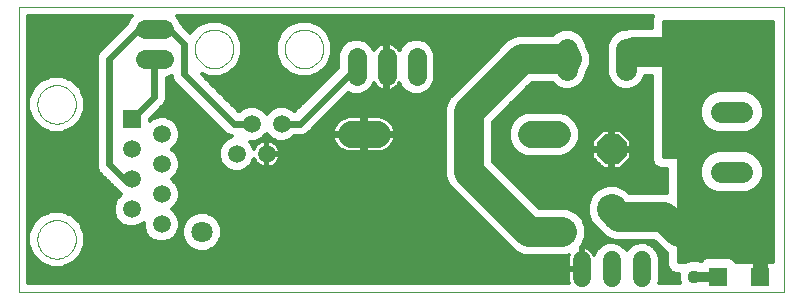
<source format=gtl>
G75*
%MOIN*%
%OFA0B0*%
%FSLAX24Y24*%
%IPPOS*%
%LPD*%
%AMOC8*
5,1,8,0,0,1.08239X$1,22.5*
%
%ADD10C,0.0000*%
%ADD11C,0.1000*%
%ADD12OC8,0.1000*%
%ADD13C,0.0590*%
%ADD14C,0.0594*%
%ADD15R,0.0594X0.0594*%
%ADD16C,0.0710*%
%ADD17C,0.0712*%
%ADD18C,0.0640*%
%ADD19C,0.0885*%
%ADD20R,0.0591X0.0591*%
%ADD21C,0.0600*%
%ADD22C,0.0120*%
%ADD23C,0.1000*%
%ADD24C,0.0500*%
%ADD25C,0.0240*%
%ADD26C,0.0436*%
%ADD27C,0.0320*%
D10*
X001954Y000600D02*
X001954Y010096D01*
X001954Y010100D02*
X027454Y010100D01*
X027454Y000600D01*
X001954Y000600D01*
X002564Y002350D02*
X002566Y002400D01*
X002572Y002450D01*
X002582Y002499D01*
X002595Y002548D01*
X002613Y002595D01*
X002634Y002641D01*
X002658Y002684D01*
X002686Y002726D01*
X002717Y002766D01*
X002751Y002803D01*
X002788Y002837D01*
X002828Y002868D01*
X002870Y002896D01*
X002913Y002920D01*
X002959Y002941D01*
X003006Y002959D01*
X003055Y002972D01*
X003104Y002982D01*
X003154Y002988D01*
X003204Y002990D01*
X003254Y002988D01*
X003304Y002982D01*
X003353Y002972D01*
X003402Y002959D01*
X003449Y002941D01*
X003495Y002920D01*
X003538Y002896D01*
X003580Y002868D01*
X003620Y002837D01*
X003657Y002803D01*
X003691Y002766D01*
X003722Y002726D01*
X003750Y002684D01*
X003774Y002641D01*
X003795Y002595D01*
X003813Y002548D01*
X003826Y002499D01*
X003836Y002450D01*
X003842Y002400D01*
X003844Y002350D01*
X003842Y002300D01*
X003836Y002250D01*
X003826Y002201D01*
X003813Y002152D01*
X003795Y002105D01*
X003774Y002059D01*
X003750Y002016D01*
X003722Y001974D01*
X003691Y001934D01*
X003657Y001897D01*
X003620Y001863D01*
X003580Y001832D01*
X003538Y001804D01*
X003495Y001780D01*
X003449Y001759D01*
X003402Y001741D01*
X003353Y001728D01*
X003304Y001718D01*
X003254Y001712D01*
X003204Y001710D01*
X003154Y001712D01*
X003104Y001718D01*
X003055Y001728D01*
X003006Y001741D01*
X002959Y001759D01*
X002913Y001780D01*
X002870Y001804D01*
X002828Y001832D01*
X002788Y001863D01*
X002751Y001897D01*
X002717Y001934D01*
X002686Y001974D01*
X002658Y002016D01*
X002634Y002059D01*
X002613Y002105D01*
X002595Y002152D01*
X002582Y002201D01*
X002572Y002250D01*
X002566Y002300D01*
X002564Y002350D01*
X002564Y006850D02*
X002566Y006900D01*
X002572Y006950D01*
X002582Y006999D01*
X002595Y007048D01*
X002613Y007095D01*
X002634Y007141D01*
X002658Y007184D01*
X002686Y007226D01*
X002717Y007266D01*
X002751Y007303D01*
X002788Y007337D01*
X002828Y007368D01*
X002870Y007396D01*
X002913Y007420D01*
X002959Y007441D01*
X003006Y007459D01*
X003055Y007472D01*
X003104Y007482D01*
X003154Y007488D01*
X003204Y007490D01*
X003254Y007488D01*
X003304Y007482D01*
X003353Y007472D01*
X003402Y007459D01*
X003449Y007441D01*
X003495Y007420D01*
X003538Y007396D01*
X003580Y007368D01*
X003620Y007337D01*
X003657Y007303D01*
X003691Y007266D01*
X003722Y007226D01*
X003750Y007184D01*
X003774Y007141D01*
X003795Y007095D01*
X003813Y007048D01*
X003826Y006999D01*
X003836Y006950D01*
X003842Y006900D01*
X003844Y006850D01*
X003842Y006800D01*
X003836Y006750D01*
X003826Y006701D01*
X003813Y006652D01*
X003795Y006605D01*
X003774Y006559D01*
X003750Y006516D01*
X003722Y006474D01*
X003691Y006434D01*
X003657Y006397D01*
X003620Y006363D01*
X003580Y006332D01*
X003538Y006304D01*
X003495Y006280D01*
X003449Y006259D01*
X003402Y006241D01*
X003353Y006228D01*
X003304Y006218D01*
X003254Y006212D01*
X003204Y006210D01*
X003154Y006212D01*
X003104Y006218D01*
X003055Y006228D01*
X003006Y006241D01*
X002959Y006259D01*
X002913Y006280D01*
X002870Y006304D01*
X002828Y006332D01*
X002788Y006363D01*
X002751Y006397D01*
X002717Y006434D01*
X002686Y006474D01*
X002658Y006516D01*
X002634Y006559D01*
X002613Y006605D01*
X002595Y006652D01*
X002582Y006701D01*
X002572Y006750D01*
X002566Y006800D01*
X002564Y006850D01*
X007814Y008700D02*
X007816Y008750D01*
X007822Y008800D01*
X007832Y008849D01*
X007845Y008898D01*
X007863Y008945D01*
X007884Y008991D01*
X007908Y009034D01*
X007936Y009076D01*
X007967Y009116D01*
X008001Y009153D01*
X008038Y009187D01*
X008078Y009218D01*
X008120Y009246D01*
X008163Y009270D01*
X008209Y009291D01*
X008256Y009309D01*
X008305Y009322D01*
X008354Y009332D01*
X008404Y009338D01*
X008454Y009340D01*
X008504Y009338D01*
X008554Y009332D01*
X008603Y009322D01*
X008652Y009309D01*
X008699Y009291D01*
X008745Y009270D01*
X008788Y009246D01*
X008830Y009218D01*
X008870Y009187D01*
X008907Y009153D01*
X008941Y009116D01*
X008972Y009076D01*
X009000Y009034D01*
X009024Y008991D01*
X009045Y008945D01*
X009063Y008898D01*
X009076Y008849D01*
X009086Y008800D01*
X009092Y008750D01*
X009094Y008700D01*
X009092Y008650D01*
X009086Y008600D01*
X009076Y008551D01*
X009063Y008502D01*
X009045Y008455D01*
X009024Y008409D01*
X009000Y008366D01*
X008972Y008324D01*
X008941Y008284D01*
X008907Y008247D01*
X008870Y008213D01*
X008830Y008182D01*
X008788Y008154D01*
X008745Y008130D01*
X008699Y008109D01*
X008652Y008091D01*
X008603Y008078D01*
X008554Y008068D01*
X008504Y008062D01*
X008454Y008060D01*
X008404Y008062D01*
X008354Y008068D01*
X008305Y008078D01*
X008256Y008091D01*
X008209Y008109D01*
X008163Y008130D01*
X008120Y008154D01*
X008078Y008182D01*
X008038Y008213D01*
X008001Y008247D01*
X007967Y008284D01*
X007936Y008324D01*
X007908Y008366D01*
X007884Y008409D01*
X007863Y008455D01*
X007845Y008502D01*
X007832Y008551D01*
X007822Y008600D01*
X007816Y008650D01*
X007814Y008700D01*
X010814Y008700D02*
X010816Y008750D01*
X010822Y008800D01*
X010832Y008849D01*
X010845Y008898D01*
X010863Y008945D01*
X010884Y008991D01*
X010908Y009034D01*
X010936Y009076D01*
X010967Y009116D01*
X011001Y009153D01*
X011038Y009187D01*
X011078Y009218D01*
X011120Y009246D01*
X011163Y009270D01*
X011209Y009291D01*
X011256Y009309D01*
X011305Y009322D01*
X011354Y009332D01*
X011404Y009338D01*
X011454Y009340D01*
X011504Y009338D01*
X011554Y009332D01*
X011603Y009322D01*
X011652Y009309D01*
X011699Y009291D01*
X011745Y009270D01*
X011788Y009246D01*
X011830Y009218D01*
X011870Y009187D01*
X011907Y009153D01*
X011941Y009116D01*
X011972Y009076D01*
X012000Y009034D01*
X012024Y008991D01*
X012045Y008945D01*
X012063Y008898D01*
X012076Y008849D01*
X012086Y008800D01*
X012092Y008750D01*
X012094Y008700D01*
X012092Y008650D01*
X012086Y008600D01*
X012076Y008551D01*
X012063Y008502D01*
X012045Y008455D01*
X012024Y008409D01*
X012000Y008366D01*
X011972Y008324D01*
X011941Y008284D01*
X011907Y008247D01*
X011870Y008213D01*
X011830Y008182D01*
X011788Y008154D01*
X011745Y008130D01*
X011699Y008109D01*
X011652Y008091D01*
X011603Y008078D01*
X011554Y008068D01*
X011504Y008062D01*
X011454Y008060D01*
X011404Y008062D01*
X011354Y008068D01*
X011305Y008078D01*
X011256Y008091D01*
X011209Y008109D01*
X011163Y008130D01*
X011120Y008154D01*
X011078Y008182D01*
X011038Y008213D01*
X011001Y008247D01*
X010967Y008284D01*
X010936Y008324D01*
X010908Y008366D01*
X010884Y008409D01*
X010863Y008455D01*
X010845Y008502D01*
X010832Y008551D01*
X010822Y008600D01*
X010816Y008650D01*
X010814Y008700D01*
D11*
X021704Y003350D03*
D12*
X021704Y005350D03*
D13*
X010704Y006200D03*
X009704Y006200D03*
X010204Y005200D03*
X009204Y005200D03*
D14*
X006704Y004850D03*
X005704Y004350D03*
X006704Y003850D03*
X005704Y003350D03*
X006704Y002850D03*
X005704Y005350D03*
X006704Y005850D03*
D15*
X005704Y006350D03*
D16*
X020220Y007995D02*
X020220Y008705D01*
X022188Y008705D02*
X022188Y007995D01*
X025349Y008600D02*
X026059Y008600D01*
X026059Y006600D02*
X025349Y006600D01*
X025349Y004600D02*
X026059Y004600D01*
X026059Y002600D02*
X025349Y002600D01*
D17*
X020056Y002600D03*
X008048Y002600D03*
D18*
X013204Y007780D02*
X013204Y008420D01*
X014204Y008420D02*
X014204Y007780D01*
X015204Y007780D02*
X015204Y008420D01*
X006774Y008350D02*
X006134Y008350D01*
X006134Y009350D02*
X006774Y009350D01*
D19*
X013011Y005850D02*
X013896Y005850D01*
X019011Y005850D02*
X019896Y005850D01*
D20*
X025265Y001100D03*
X026643Y001100D03*
D21*
X022704Y001050D02*
X022704Y001650D01*
X021704Y001650D02*
X021704Y001050D01*
X020704Y001050D02*
X020704Y001650D01*
D22*
X020674Y001667D02*
X020734Y001667D01*
X020734Y001785D02*
X020674Y001785D01*
X020674Y001904D02*
X020734Y001904D01*
X020734Y002022D02*
X020674Y002022D01*
X020674Y002086D02*
X020734Y002147D01*
X020856Y002441D01*
X020856Y002759D01*
X020734Y003053D01*
X020509Y003278D01*
X020215Y003400D01*
X019285Y003400D01*
X017754Y004931D01*
X017754Y006269D01*
X019035Y007550D01*
X019738Y007550D01*
X019848Y007440D01*
X020089Y007340D01*
X020350Y007340D01*
X020591Y007440D01*
X020775Y007624D01*
X020875Y007865D01*
X020875Y007874D01*
X020898Y007897D01*
X021020Y008191D01*
X021020Y008509D01*
X020898Y008803D01*
X020875Y008826D01*
X020875Y008835D01*
X020775Y009076D01*
X020591Y009260D01*
X020350Y009360D01*
X020089Y009360D01*
X019848Y009260D01*
X019738Y009150D01*
X018545Y009150D01*
X018251Y009028D01*
X016501Y007278D01*
X016276Y007053D01*
X016154Y006759D01*
X016154Y004441D01*
X016276Y004147D01*
X018276Y002147D01*
X018501Y001922D01*
X018795Y001800D01*
X020215Y001800D01*
X020277Y001826D01*
X020255Y001758D01*
X020244Y001686D01*
X020244Y001380D01*
X020674Y001380D01*
X020674Y002086D01*
X020677Y002089D02*
X020677Y001380D01*
X020674Y001380D02*
X020734Y001380D01*
X020734Y002110D01*
X020740Y002110D01*
X020811Y002099D01*
X020880Y002076D01*
X020945Y002043D01*
X021003Y002001D01*
X021055Y001950D01*
X021097Y001891D01*
X021129Y001829D01*
X021195Y001990D01*
X021364Y002159D01*
X021584Y002250D01*
X021823Y002250D01*
X022044Y002159D01*
X022204Y001999D01*
X022364Y002159D01*
X022584Y002250D01*
X022823Y002250D01*
X023044Y002159D01*
X023212Y001990D01*
X023304Y001769D01*
X023304Y000931D01*
X023291Y000900D01*
X023976Y000900D01*
X023936Y000997D01*
X023936Y001180D01*
X023870Y001180D01*
X023716Y001244D01*
X023598Y001362D01*
X023534Y001516D01*
X023534Y001908D01*
X023501Y001922D01*
X023276Y002147D01*
X023122Y002300D01*
X021795Y002300D01*
X021501Y002422D01*
X021276Y002647D01*
X021026Y002897D01*
X020904Y003191D01*
X020904Y003509D01*
X021026Y003803D01*
X021251Y004028D01*
X021545Y004150D01*
X021863Y004150D01*
X022157Y004028D01*
X022285Y003900D01*
X023534Y003900D01*
X023534Y004680D01*
X023370Y004680D01*
X023216Y004744D01*
X023098Y004862D01*
X023034Y005016D01*
X023034Y007800D01*
X022816Y007800D01*
X022743Y007624D01*
X022559Y007440D01*
X022318Y007340D01*
X022058Y007340D01*
X021817Y007440D01*
X021633Y007624D01*
X021533Y007865D01*
X021533Y008835D01*
X021633Y009076D01*
X021817Y009260D01*
X022058Y009360D01*
X022182Y009360D01*
X022279Y009400D01*
X023034Y009400D01*
X023034Y009684D01*
X023082Y009800D01*
X007201Y009800D01*
X007299Y009701D01*
X007372Y009526D01*
X007661Y009237D01*
X007921Y009497D01*
X008267Y009640D01*
X008641Y009640D01*
X008986Y009497D01*
X009251Y009232D01*
X009394Y008887D01*
X009394Y008513D01*
X009251Y008168D01*
X008986Y007903D01*
X008641Y007760D01*
X008267Y007760D01*
X008046Y007851D01*
X009278Y006620D01*
X009282Y006620D01*
X009367Y006704D01*
X009585Y006795D01*
X009822Y006795D01*
X010041Y006704D01*
X010204Y006541D01*
X010367Y006704D01*
X010585Y006795D01*
X010822Y006795D01*
X011041Y006704D01*
X011125Y006620D01*
X011130Y006620D01*
X012584Y008074D01*
X012584Y008543D01*
X012678Y008771D01*
X012853Y008946D01*
X013080Y009040D01*
X013327Y009040D01*
X013555Y008946D01*
X013729Y008771D01*
X013781Y008647D01*
X013793Y008672D01*
X013838Y008733D01*
X013891Y008786D01*
X013952Y008831D01*
X014020Y008865D01*
X014091Y008888D01*
X014164Y008900D01*
X014164Y008140D01*
X014244Y008140D01*
X014244Y008900D01*
X014316Y008888D01*
X014388Y008865D01*
X014455Y008831D01*
X014516Y008786D01*
X014570Y008733D01*
X014614Y008672D01*
X014627Y008647D01*
X014678Y008771D01*
X014853Y008946D01*
X015080Y009040D01*
X015327Y009040D01*
X015555Y008946D01*
X015729Y008771D01*
X015824Y008543D01*
X015824Y007657D01*
X015729Y007429D01*
X015555Y007254D01*
X015327Y007160D01*
X015080Y007160D01*
X014853Y007254D01*
X014678Y007429D01*
X014627Y007553D01*
X014614Y007528D01*
X014570Y007467D01*
X014516Y007414D01*
X014455Y007369D01*
X014388Y007335D01*
X014316Y007312D01*
X014244Y007300D01*
X014244Y008060D01*
X014164Y008060D01*
X014164Y007300D01*
X014091Y007312D01*
X014020Y007335D01*
X013952Y007369D01*
X013891Y007414D01*
X013838Y007467D01*
X013793Y007528D01*
X013781Y007553D01*
X013729Y007429D01*
X013555Y007254D01*
X013327Y007160D01*
X013080Y007160D01*
X012923Y007225D01*
X011542Y005844D01*
X011387Y005780D01*
X011125Y005780D01*
X011041Y005696D01*
X010822Y005605D01*
X010585Y005605D01*
X010367Y005696D01*
X010204Y005859D01*
X010041Y005696D01*
X009822Y005605D01*
X009640Y005605D01*
X009708Y005537D01*
X009779Y005366D01*
X009782Y005375D01*
X009815Y005438D01*
X009857Y005496D01*
X009907Y005547D01*
X009965Y005589D01*
X010029Y005622D01*
X010097Y005644D01*
X010168Y005655D01*
X010176Y005655D01*
X010176Y005228D01*
X010231Y005228D01*
X010231Y005655D01*
X010240Y005655D01*
X010310Y005644D01*
X010378Y005622D01*
X010442Y005589D01*
X010500Y005547D01*
X010551Y005496D01*
X010593Y005438D01*
X010625Y005375D01*
X010648Y005307D01*
X010659Y005236D01*
X010659Y005228D01*
X010231Y005228D01*
X010231Y005172D01*
X010231Y004745D01*
X010240Y004745D01*
X010310Y004756D01*
X010378Y004778D01*
X010442Y004811D01*
X010500Y004853D01*
X010551Y004904D01*
X010593Y004962D01*
X010625Y005025D01*
X010648Y005093D01*
X010659Y005164D01*
X010659Y005172D01*
X010231Y005172D01*
X010176Y005172D01*
X010176Y004745D01*
X010168Y004745D01*
X010097Y004756D01*
X010029Y004778D01*
X009965Y004811D01*
X009907Y004853D01*
X009857Y004904D01*
X009815Y004962D01*
X009782Y005025D01*
X009779Y005034D01*
X009708Y004863D01*
X009541Y004696D01*
X009322Y004605D01*
X009085Y004605D01*
X008867Y004696D01*
X008699Y004863D01*
X008609Y005082D01*
X008609Y005318D01*
X008699Y005537D01*
X008867Y005704D01*
X009049Y005780D01*
X009020Y005780D01*
X008866Y005844D01*
X007216Y007494D01*
X007098Y007612D01*
X007034Y007766D01*
X007034Y007787D01*
X006897Y007730D01*
X006874Y007730D01*
X006874Y007016D01*
X006810Y006862D01*
X006301Y006353D01*
X006301Y006292D01*
X006366Y006356D01*
X006585Y006447D01*
X006823Y006447D01*
X007042Y006356D01*
X007210Y006188D01*
X007301Y005969D01*
X007301Y005731D01*
X007210Y005512D01*
X007048Y005350D01*
X007210Y005188D01*
X007301Y004969D01*
X007301Y004731D01*
X007210Y004512D01*
X007048Y004350D01*
X007210Y004188D01*
X007301Y003969D01*
X007301Y003731D01*
X007210Y003512D01*
X007048Y003350D01*
X007210Y003188D01*
X007301Y002969D01*
X007301Y002731D01*
X007210Y002512D01*
X007042Y002344D01*
X006823Y002253D01*
X006585Y002253D01*
X006366Y002344D01*
X006198Y002512D01*
X006107Y002731D01*
X006107Y002908D01*
X006042Y002844D01*
X005823Y002753D01*
X005585Y002753D01*
X005366Y002844D01*
X005198Y003012D01*
X005107Y003231D01*
X005107Y003469D01*
X005198Y003688D01*
X005359Y003850D01*
X005198Y004012D01*
X005197Y004013D01*
X005098Y004112D01*
X004598Y004612D01*
X004534Y004766D01*
X004534Y008434D01*
X004598Y008588D01*
X004716Y008706D01*
X005535Y009526D01*
X005608Y009701D01*
X005707Y009800D01*
X002254Y009800D01*
X002254Y000900D01*
X020269Y000900D01*
X020255Y000942D01*
X020244Y001014D01*
X020244Y001320D01*
X020674Y001320D01*
X020674Y001380D01*
X020674Y001430D02*
X020734Y001430D01*
X020734Y001548D02*
X020674Y001548D01*
X020244Y001548D02*
X003724Y001548D01*
X003731Y001551D02*
X003731Y000900D01*
X003613Y000900D02*
X003613Y001502D01*
X003494Y001453D02*
X003494Y000900D01*
X003376Y000900D02*
X003376Y001410D01*
X003391Y001410D02*
X003736Y001553D01*
X004001Y001818D01*
X004144Y002163D01*
X004144Y002537D01*
X004001Y002882D01*
X003736Y003147D01*
X003391Y003290D01*
X003017Y003290D01*
X002671Y003147D01*
X002407Y002882D01*
X002264Y002537D01*
X002264Y002163D01*
X002407Y001818D01*
X002671Y001553D01*
X003017Y001410D01*
X003391Y001410D01*
X003438Y001430D02*
X020244Y001430D01*
X020321Y001380D02*
X020321Y001320D01*
X020244Y001311D02*
X002254Y001311D01*
X002254Y001193D02*
X020244Y001193D01*
X020244Y001074D02*
X002254Y001074D01*
X002254Y000956D02*
X020253Y000956D01*
X020203Y000900D02*
X020203Y001800D01*
X020264Y001785D02*
X003968Y001785D01*
X003968Y000900D01*
X003850Y000900D02*
X003850Y001667D01*
X020244Y001667D01*
X020084Y001800D02*
X020084Y000900D01*
X019966Y000900D02*
X019966Y001800D01*
X019847Y001800D02*
X019847Y000900D01*
X019729Y000900D02*
X019729Y001800D01*
X019610Y001800D02*
X019610Y000900D01*
X019492Y000900D02*
X019492Y001800D01*
X019373Y001800D02*
X019373Y000900D01*
X019255Y000900D02*
X019255Y001800D01*
X019136Y001800D02*
X019136Y000900D01*
X019018Y000900D02*
X019018Y001800D01*
X018899Y001800D02*
X018899Y000900D01*
X018781Y000900D02*
X018781Y001806D01*
X018662Y001855D02*
X018662Y000900D01*
X018544Y000900D02*
X018544Y001904D01*
X018545Y001904D02*
X004036Y001904D01*
X004085Y002022D02*
X007729Y002022D01*
X007760Y002009D02*
X007760Y000900D01*
X007642Y000900D02*
X007642Y002078D01*
X007677Y002044D02*
X007918Y001944D01*
X008179Y001944D01*
X008420Y002044D01*
X008605Y002228D01*
X008704Y002469D01*
X008704Y002731D01*
X008605Y002972D01*
X008420Y003156D01*
X008179Y003256D01*
X007918Y003256D01*
X007677Y003156D01*
X007492Y002972D01*
X007392Y002731D01*
X007392Y002469D01*
X007492Y002228D01*
X007677Y002044D01*
X007580Y002141D02*
X004134Y002141D01*
X004144Y002259D02*
X006570Y002259D01*
X006575Y002257D02*
X006575Y000900D01*
X006457Y000900D02*
X006457Y002306D01*
X006338Y002371D02*
X006338Y000900D01*
X006220Y000900D02*
X006220Y002489D01*
X006213Y002496D02*
X004144Y002496D01*
X004144Y002378D02*
X006332Y002378D01*
X006155Y002615D02*
X004112Y002615D01*
X004087Y002675D02*
X004087Y006525D01*
X004534Y006525D01*
X004534Y006407D02*
X004038Y006407D01*
X004001Y006318D02*
X004144Y006663D01*
X004144Y007037D01*
X004001Y007382D01*
X003736Y007647D01*
X003391Y007790D01*
X003017Y007790D01*
X002671Y007647D01*
X002407Y007382D01*
X002264Y007037D01*
X002264Y006663D01*
X002407Y006318D01*
X002671Y006053D01*
X003017Y005910D01*
X003391Y005910D01*
X003736Y006053D01*
X004001Y006318D01*
X003971Y006288D02*
X004534Y006288D01*
X004534Y006170D02*
X003853Y006170D01*
X003850Y006167D02*
X003850Y003033D01*
X003795Y003089D02*
X005166Y003089D01*
X005153Y003119D02*
X005153Y000900D01*
X005035Y000900D02*
X005035Y004175D01*
X005055Y004155D02*
X002254Y004155D01*
X002254Y004037D02*
X005173Y004037D01*
X005153Y004057D02*
X005153Y003581D01*
X005145Y003563D02*
X002254Y003563D01*
X002254Y003681D02*
X005195Y003681D01*
X005272Y003763D02*
X005272Y003937D01*
X005291Y003918D02*
X002254Y003918D01*
X002254Y003800D02*
X005309Y003800D01*
X005107Y003444D02*
X002254Y003444D01*
X002254Y003326D02*
X005107Y003326D01*
X005117Y003207D02*
X003591Y003207D01*
X003613Y003198D02*
X003613Y006002D01*
X003731Y006051D02*
X004534Y006051D01*
X004534Y005933D02*
X003445Y005933D01*
X003494Y005953D02*
X003494Y003247D01*
X003376Y003290D02*
X003376Y005910D01*
X003257Y005910D02*
X003257Y003290D01*
X003139Y003290D02*
X003139Y005910D01*
X003020Y005910D02*
X003020Y003290D01*
X002902Y003242D02*
X002902Y005958D01*
X002962Y005933D02*
X002254Y005933D01*
X002254Y006051D02*
X002676Y006051D01*
X002665Y006060D02*
X002665Y003140D01*
X002613Y003089D02*
X002254Y003089D01*
X002254Y003207D02*
X002816Y003207D01*
X002783Y003193D02*
X002783Y006007D01*
X002555Y006170D02*
X002254Y006170D01*
X002254Y006288D02*
X002436Y006288D01*
X002428Y006297D02*
X002428Y002903D01*
X002394Y002852D02*
X002254Y002852D01*
X002254Y002970D02*
X002494Y002970D01*
X002546Y003022D02*
X002546Y006178D01*
X002370Y006407D02*
X002254Y006407D01*
X002254Y006525D02*
X002321Y006525D01*
X002309Y006553D02*
X002309Y002647D01*
X002296Y002615D02*
X002254Y002615D01*
X002254Y002733D02*
X002345Y002733D01*
X002264Y002496D02*
X002254Y002496D01*
X002254Y002378D02*
X002264Y002378D01*
X002254Y002259D02*
X002264Y002259D01*
X002254Y002141D02*
X002273Y002141D01*
X002309Y002053D02*
X002309Y000900D01*
X002428Y000900D02*
X002428Y001797D01*
X002439Y001785D02*
X002254Y001785D01*
X002254Y001667D02*
X002558Y001667D01*
X002546Y001678D02*
X002546Y000900D01*
X002665Y000900D02*
X002665Y001560D01*
X002684Y001548D02*
X002254Y001548D01*
X002254Y001430D02*
X002970Y001430D01*
X003020Y001410D02*
X003020Y000900D01*
X002902Y000900D02*
X002902Y001458D01*
X002783Y001507D02*
X002783Y000900D01*
X003139Y000900D02*
X003139Y001410D01*
X003257Y001410D02*
X003257Y000900D01*
X004087Y000900D02*
X004087Y002025D01*
X004063Y002733D02*
X006107Y002733D01*
X006107Y002852D02*
X006050Y002852D01*
X006101Y002903D02*
X006101Y000900D01*
X005983Y000900D02*
X005983Y002819D01*
X005864Y002770D02*
X005864Y000900D01*
X005746Y000900D02*
X005746Y002753D01*
X005627Y002753D02*
X005627Y000900D01*
X005509Y000900D02*
X005509Y002784D01*
X005390Y002833D02*
X005390Y000900D01*
X005272Y000900D02*
X005272Y002937D01*
X005239Y002970D02*
X003913Y002970D01*
X003968Y002915D02*
X003968Y006285D01*
X003731Y006051D02*
X003731Y003149D01*
X004013Y002852D02*
X005358Y002852D01*
X006694Y002253D02*
X006694Y000900D01*
X006812Y000900D02*
X006812Y002253D01*
X006837Y002259D02*
X007479Y002259D01*
X007523Y002197D02*
X007523Y000900D01*
X007405Y000900D02*
X007405Y002439D01*
X007392Y002496D02*
X007194Y002496D01*
X007168Y002469D02*
X007168Y000900D01*
X007286Y000900D02*
X007286Y002696D01*
X007301Y002733D02*
X007393Y002733D01*
X007405Y002761D02*
X007405Y007305D01*
X007355Y007355D02*
X006874Y007355D01*
X006874Y007473D02*
X007237Y007473D01*
X007286Y007424D02*
X007286Y006004D01*
X007267Y006051D02*
X008659Y006051D01*
X008708Y006002D02*
X008708Y005546D01*
X008739Y005577D02*
X007237Y005577D01*
X007168Y005469D02*
X007168Y005231D01*
X007177Y005222D02*
X008609Y005222D01*
X008618Y005340D02*
X007058Y005340D01*
X007049Y005349D02*
X007049Y005351D01*
X007157Y005459D02*
X008667Y005459D01*
X008827Y005664D02*
X008827Y005883D01*
X008777Y005933D02*
X007301Y005933D01*
X007301Y005814D02*
X008938Y005814D01*
X008945Y005811D02*
X008945Y005737D01*
X008858Y005696D02*
X007286Y005696D01*
X007286Y005004D01*
X007294Y004985D02*
X008649Y004985D01*
X008609Y005103D02*
X007245Y005103D01*
X007301Y004866D02*
X008698Y004866D01*
X008708Y004854D02*
X008708Y000900D01*
X008590Y000900D02*
X008590Y002213D01*
X008617Y002259D02*
X018163Y002259D01*
X018188Y002234D02*
X018188Y000900D01*
X018070Y000900D02*
X018070Y002353D01*
X018045Y002378D02*
X008666Y002378D01*
X008704Y002496D02*
X017926Y002496D01*
X017951Y002471D02*
X017951Y000900D01*
X017833Y000900D02*
X017833Y002590D01*
X017808Y002615D02*
X008704Y002615D01*
X008703Y002733D02*
X017689Y002733D01*
X017714Y002708D02*
X017714Y000900D01*
X017596Y000900D02*
X017596Y002827D01*
X017571Y002852D02*
X008654Y002852D01*
X008605Y002970D02*
X017452Y002970D01*
X017477Y002945D02*
X017477Y000900D01*
X017359Y000900D02*
X017359Y003064D01*
X017334Y003089D02*
X008488Y003089D01*
X008471Y003105D02*
X008471Y006239D01*
X008422Y006288D02*
X007110Y006288D01*
X007168Y006231D02*
X007168Y007542D01*
X007118Y007592D02*
X006874Y007592D01*
X006874Y007710D02*
X007057Y007710D01*
X007049Y007729D02*
X007049Y006349D01*
X006931Y006402D02*
X006931Y007744D01*
X006874Y007236D02*
X007474Y007236D01*
X007523Y007187D02*
X007523Y003003D01*
X007491Y002970D02*
X007300Y002970D01*
X007286Y003004D02*
X007286Y003696D01*
X007280Y003681D02*
X016741Y003681D01*
X016766Y003656D02*
X016766Y000900D01*
X016648Y000900D02*
X016648Y003775D01*
X016623Y003800D02*
X007301Y003800D01*
X007301Y003918D02*
X016504Y003918D01*
X016529Y003893D02*
X016529Y000900D01*
X016411Y000900D02*
X016411Y004012D01*
X016386Y004037D02*
X007273Y004037D01*
X007286Y004004D02*
X007286Y004696D01*
X007301Y004748D02*
X008815Y004748D01*
X008827Y004736D02*
X008827Y000900D01*
X008945Y000900D02*
X008945Y004663D01*
X009027Y004629D02*
X007259Y004629D01*
X007209Y004511D02*
X016154Y004511D01*
X016154Y004629D02*
X009380Y004629D01*
X009419Y004645D02*
X009419Y000900D01*
X009301Y000900D02*
X009301Y004605D01*
X009182Y004605D02*
X009182Y000900D01*
X009064Y000900D02*
X009064Y004614D01*
X009538Y004694D02*
X009538Y000900D01*
X009656Y000900D02*
X009656Y004811D01*
X009709Y004866D02*
X009894Y004866D01*
X009893Y004867D02*
X009893Y000900D01*
X009775Y000900D02*
X009775Y005024D01*
X009759Y004985D02*
X009803Y004985D01*
X010012Y004787D02*
X010012Y000900D01*
X010130Y000900D02*
X010130Y004751D01*
X010152Y004748D02*
X009593Y004748D01*
X010176Y004748D02*
X010231Y004748D01*
X010249Y004746D02*
X010249Y000900D01*
X010367Y000900D02*
X010367Y004775D01*
X010255Y004748D02*
X016154Y004748D01*
X016154Y004866D02*
X010513Y004866D01*
X010486Y004842D02*
X010486Y000900D01*
X010604Y000900D02*
X010604Y004984D01*
X010605Y004985D02*
X016154Y004985D01*
X016154Y005103D02*
X010649Y005103D01*
X010604Y005172D02*
X010604Y005228D01*
X010637Y005340D02*
X012688Y005340D01*
X012695Y005335D02*
X012619Y005390D01*
X012619Y000900D01*
X012737Y000900D02*
X012737Y005313D01*
X012695Y005335D02*
X012780Y005292D01*
X012870Y005262D01*
X012964Y005248D01*
X013394Y005248D01*
X013394Y005790D01*
X013514Y005790D01*
X013514Y005910D01*
X014497Y005910D01*
X014484Y005991D01*
X014455Y006081D01*
X014412Y006166D01*
X014356Y006243D01*
X014289Y006310D01*
X014212Y006365D01*
X014128Y006408D01*
X014037Y006438D01*
X013944Y006452D01*
X013514Y006452D01*
X013514Y005910D01*
X013394Y005910D01*
X013394Y006452D01*
X012964Y006452D01*
X012870Y006438D01*
X012780Y006408D01*
X012695Y006365D01*
X012619Y006310D01*
X012619Y006921D01*
X012578Y006881D02*
X016204Y006881D01*
X016174Y006807D02*
X016174Y009800D01*
X016292Y009800D02*
X016292Y007070D01*
X016340Y007118D02*
X012815Y007118D01*
X012856Y007158D02*
X012856Y006433D01*
X012776Y006407D02*
X012104Y006407D01*
X012145Y006447D02*
X012145Y000900D01*
X012263Y000900D02*
X012263Y006566D01*
X012223Y006525D02*
X016154Y006525D01*
X016154Y006407D02*
X014131Y006407D01*
X014159Y006392D02*
X014159Y007301D01*
X014164Y007355D02*
X014244Y007355D01*
X014278Y007306D02*
X014278Y006318D01*
X014310Y006288D02*
X016154Y006288D01*
X016154Y006170D02*
X014409Y006170D01*
X014396Y006187D02*
X014396Y007339D01*
X014426Y007355D02*
X014752Y007355D01*
X014752Y000900D01*
X014870Y000900D02*
X014870Y007247D01*
X014897Y007236D02*
X013511Y007236D01*
X013567Y007266D02*
X013567Y006452D01*
X013514Y006407D02*
X013394Y006407D01*
X013330Y006452D02*
X013330Y007161D01*
X013211Y007160D02*
X013211Y006452D01*
X013093Y006452D02*
X013093Y007160D01*
X012974Y007204D02*
X012974Y006452D01*
X012737Y006387D02*
X012737Y007040D01*
X012697Y006999D02*
X016253Y006999D01*
X016411Y007188D02*
X016411Y009800D01*
X016529Y009800D02*
X016529Y007307D01*
X016577Y007355D02*
X015655Y007355D01*
X015700Y007399D02*
X015700Y000900D01*
X015818Y000900D02*
X015818Y007643D01*
X015797Y007592D02*
X016814Y007592D01*
X016766Y007544D02*
X016766Y009800D01*
X016648Y009800D02*
X016648Y007425D01*
X016695Y007473D02*
X015748Y007473D01*
X015824Y007710D02*
X016932Y007710D01*
X016885Y007662D02*
X016885Y009800D01*
X017003Y009800D02*
X017003Y007781D01*
X017051Y007829D02*
X015824Y007829D01*
X015824Y007947D02*
X017169Y007947D01*
X017122Y007899D02*
X017122Y009800D01*
X017240Y009800D02*
X017240Y008018D01*
X017288Y008066D02*
X015824Y008066D01*
X015824Y008184D02*
X017406Y008184D01*
X017359Y008136D02*
X017359Y009800D01*
X017477Y009800D02*
X017477Y008255D01*
X017525Y008303D02*
X015824Y008303D01*
X015824Y008421D02*
X017643Y008421D01*
X017596Y008373D02*
X017596Y009800D01*
X017714Y009800D02*
X017714Y008492D01*
X017762Y008540D02*
X015824Y008540D01*
X015818Y008557D02*
X015818Y009800D01*
X015700Y009800D02*
X015700Y008801D01*
X015724Y008777D02*
X017999Y008777D01*
X017951Y008729D02*
X017951Y009800D01*
X017833Y009800D02*
X017833Y008610D01*
X017880Y008658D02*
X015776Y008658D01*
X015606Y008895D02*
X018117Y008895D01*
X018070Y008847D02*
X018070Y009800D01*
X018188Y009800D02*
X018188Y008966D01*
X018236Y009014D02*
X015391Y009014D01*
X015344Y009033D02*
X015344Y009800D01*
X015226Y009800D02*
X015226Y009040D01*
X015107Y009040D02*
X015107Y009800D01*
X014989Y009800D02*
X014989Y009002D01*
X015017Y009014D02*
X013391Y009014D01*
X013448Y008990D02*
X013448Y009800D01*
X013330Y009800D02*
X013330Y009039D01*
X013211Y009040D02*
X013211Y009800D01*
X013093Y009800D02*
X013093Y009040D01*
X013017Y009014D02*
X012341Y009014D01*
X012382Y008916D02*
X012382Y009800D01*
X012500Y009800D02*
X012500Y007990D01*
X012457Y007947D02*
X012030Y007947D01*
X012026Y007943D02*
X012026Y007516D01*
X011983Y007473D02*
X008425Y007473D01*
X008471Y007426D02*
X008471Y007760D01*
X008353Y007760D02*
X008353Y007545D01*
X008306Y007592D02*
X012101Y007592D01*
X012145Y007635D02*
X012145Y008062D01*
X012149Y008066D02*
X012575Y008066D01*
X012584Y008184D02*
X012257Y008184D01*
X012263Y008198D02*
X012263Y007753D01*
X012220Y007710D02*
X008188Y007710D01*
X008234Y007663D02*
X008234Y007773D01*
X008116Y007782D02*
X008116Y007823D01*
X008101Y007829D02*
X008069Y007829D01*
X008590Y007760D02*
X008590Y007308D01*
X008543Y007355D02*
X011864Y007355D01*
X011908Y007398D02*
X011908Y007871D01*
X011986Y007903D02*
X011641Y007760D01*
X011267Y007760D01*
X010921Y007903D01*
X010657Y008168D01*
X010514Y008513D01*
X010514Y008887D01*
X010657Y009232D01*
X010921Y009497D01*
X011267Y009640D01*
X011641Y009640D01*
X011986Y009497D01*
X012251Y009232D01*
X012394Y008887D01*
X012394Y008513D01*
X012251Y008168D01*
X011986Y007903D01*
X011806Y007829D02*
X012338Y007829D01*
X012382Y007872D02*
X012382Y008484D01*
X012394Y008540D02*
X012584Y008540D01*
X012619Y008628D02*
X012619Y009800D01*
X012737Y009800D02*
X012737Y008830D01*
X012683Y008777D02*
X012394Y008777D01*
X012390Y008895D02*
X012802Y008895D01*
X012856Y008947D02*
X012856Y009800D01*
X012974Y009800D02*
X012974Y008996D01*
X012292Y009132D02*
X018501Y009132D01*
X018544Y009150D02*
X018544Y009800D01*
X018662Y009800D02*
X018662Y009150D01*
X018781Y009150D02*
X018781Y009800D01*
X018899Y009800D02*
X018899Y009150D01*
X019018Y009150D02*
X019018Y009800D01*
X019136Y009800D02*
X019136Y009150D01*
X019255Y009150D02*
X019255Y009800D01*
X019373Y009800D02*
X019373Y009150D01*
X019492Y009150D02*
X019492Y009800D01*
X019610Y009800D02*
X019610Y009150D01*
X019729Y009150D02*
X019729Y009800D01*
X019847Y009800D02*
X019847Y009259D01*
X019839Y009251D02*
X012233Y009251D01*
X012263Y009202D02*
X012263Y009800D01*
X012145Y009800D02*
X012145Y009338D01*
X012114Y009369D02*
X022204Y009369D01*
X022217Y009374D02*
X022217Y009800D01*
X022099Y009800D02*
X022099Y009360D01*
X021980Y009328D02*
X021980Y009800D01*
X021862Y009800D02*
X021862Y009279D01*
X021807Y009251D02*
X020600Y009251D01*
X020558Y009274D02*
X020558Y009800D01*
X020440Y009800D02*
X020440Y009323D01*
X020321Y009360D02*
X020321Y009800D01*
X020203Y009800D02*
X020203Y009360D01*
X020084Y009358D02*
X020084Y009800D01*
X019966Y009800D02*
X019966Y009309D01*
X020677Y009174D02*
X020677Y009800D01*
X020795Y009800D02*
X020795Y009027D01*
X020801Y009014D02*
X021607Y009014D01*
X021625Y009057D02*
X021625Y009800D01*
X021743Y009800D02*
X021743Y009187D01*
X021689Y009132D02*
X020719Y009132D01*
X020850Y008895D02*
X021558Y008895D01*
X021533Y008777D02*
X020909Y008777D01*
X020914Y008764D02*
X020914Y009800D01*
X021032Y009800D02*
X021032Y003810D01*
X021024Y003800D02*
X018886Y003800D01*
X018899Y003786D02*
X018899Y005108D01*
X018864Y005108D02*
X018591Y005221D01*
X018382Y005429D01*
X018269Y005702D01*
X018269Y005998D01*
X018382Y006271D01*
X018591Y006479D01*
X018864Y006592D01*
X020044Y006592D01*
X020317Y006479D01*
X020526Y006271D01*
X020639Y005998D01*
X020639Y005702D01*
X020526Y005429D01*
X020317Y005221D01*
X020044Y005108D01*
X018864Y005108D01*
X018781Y005142D02*
X018781Y003904D01*
X018767Y003918D02*
X021140Y003918D01*
X021151Y003928D02*
X021151Y004970D01*
X021136Y004985D02*
X017754Y004985D01*
X017754Y005103D02*
X021044Y005103D01*
X021044Y005077D02*
X021430Y004690D01*
X021664Y004690D01*
X021664Y005310D01*
X021744Y005310D01*
X021744Y005390D01*
X022364Y005390D01*
X022364Y005623D01*
X021977Y006010D01*
X021744Y006010D01*
X021744Y005390D01*
X021664Y005390D01*
X021664Y006010D01*
X021430Y006010D01*
X021044Y005623D01*
X021044Y005390D01*
X021664Y005390D01*
X021664Y005310D01*
X021044Y005310D01*
X021044Y005077D01*
X021044Y005222D02*
X020318Y005222D01*
X020321Y005225D02*
X020321Y003356D01*
X020395Y003326D02*
X020904Y003326D01*
X020904Y003444D02*
X019241Y003444D01*
X019255Y003430D02*
X019255Y005108D01*
X019373Y005108D02*
X019373Y003400D01*
X019492Y003400D02*
X019492Y005108D01*
X019610Y005108D02*
X019610Y003400D01*
X019729Y003400D02*
X019729Y005108D01*
X019847Y005108D02*
X019847Y003400D01*
X019966Y003400D02*
X019966Y005108D01*
X020084Y005124D02*
X020084Y003400D01*
X020203Y003400D02*
X020203Y005173D01*
X020436Y005340D02*
X021664Y005340D01*
X021625Y005310D02*
X021625Y005390D01*
X021664Y005459D02*
X021744Y005459D01*
X021743Y005390D02*
X021743Y007513D01*
X021784Y007473D02*
X020624Y007473D01*
X020677Y007526D02*
X020677Y003111D01*
X020699Y003089D02*
X020946Y003089D01*
X020914Y003167D02*
X020914Y002059D01*
X020974Y002022D02*
X021227Y002022D01*
X021269Y002064D02*
X021269Y002653D01*
X021308Y002615D02*
X020856Y002615D01*
X020856Y002733D02*
X021189Y002733D01*
X021151Y002772D02*
X021151Y001883D01*
X021159Y001904D02*
X021088Y001904D01*
X021032Y001972D02*
X021032Y002890D01*
X021071Y002852D02*
X020818Y002852D01*
X020795Y002906D02*
X020795Y007673D01*
X020810Y007710D02*
X021597Y007710D01*
X021625Y007643D02*
X021625Y006010D01*
X021664Y005933D02*
X021744Y005933D01*
X021744Y005814D02*
X021664Y005814D01*
X021664Y005696D02*
X021744Y005696D01*
X021744Y005577D02*
X021664Y005577D01*
X021506Y005390D02*
X021506Y005310D01*
X021388Y005310D02*
X021388Y005390D01*
X021269Y005390D02*
X021269Y005310D01*
X021151Y005310D02*
X021151Y005390D01*
X021044Y005459D02*
X020538Y005459D01*
X020558Y005508D02*
X020558Y003229D01*
X020581Y003207D02*
X020904Y003207D01*
X020440Y003307D02*
X020440Y005343D01*
X020587Y005577D02*
X021044Y005577D01*
X021116Y005696D02*
X020636Y005696D01*
X020639Y005814D02*
X021234Y005814D01*
X021269Y005849D02*
X021269Y009800D01*
X021151Y009800D02*
X021151Y005730D01*
X021353Y005933D02*
X020639Y005933D01*
X020617Y006051D02*
X023034Y006051D01*
X023034Y005933D02*
X022055Y005933D01*
X022099Y005888D02*
X022099Y007340D01*
X022023Y007355D02*
X020385Y007355D01*
X020440Y007377D02*
X020440Y006357D01*
X020390Y006407D02*
X023034Y006407D01*
X023034Y006525D02*
X020207Y006525D01*
X020203Y006527D02*
X020203Y007340D01*
X020321Y007340D02*
X020321Y006475D01*
X020084Y006576D02*
X020084Y007342D01*
X020054Y007355D02*
X018840Y007355D01*
X018899Y007414D02*
X018899Y006592D01*
X019018Y006592D02*
X019018Y007533D01*
X018958Y007473D02*
X019815Y007473D01*
X019847Y007441D02*
X019847Y006592D01*
X019729Y006592D02*
X019729Y007550D01*
X019610Y007550D02*
X019610Y006592D01*
X019492Y006592D02*
X019492Y007550D01*
X019373Y007550D02*
X019373Y006592D01*
X019255Y006592D02*
X019255Y007550D01*
X019136Y007550D02*
X019136Y006592D01*
X018781Y006558D02*
X018781Y007296D01*
X018721Y007236D02*
X023034Y007236D01*
X023034Y007118D02*
X018603Y007118D01*
X018662Y007177D02*
X018662Y006509D01*
X018701Y006525D02*
X018010Y006525D01*
X017951Y006466D02*
X017951Y004734D01*
X017938Y004748D02*
X021373Y004748D01*
X021388Y004733D02*
X021388Y004085D01*
X021271Y004037D02*
X018649Y004037D01*
X018662Y004023D02*
X018662Y005191D01*
X018590Y005222D02*
X017754Y005222D01*
X017754Y005340D02*
X018471Y005340D01*
X018425Y005386D02*
X018425Y004260D01*
X018412Y004274D02*
X023534Y004274D01*
X023534Y004392D02*
X018293Y004392D01*
X018307Y004378D02*
X018307Y005610D01*
X018321Y005577D02*
X017754Y005577D01*
X017754Y005459D02*
X018370Y005459D01*
X018272Y005696D02*
X017754Y005696D01*
X017754Y005814D02*
X018269Y005814D01*
X018269Y005933D02*
X017754Y005933D01*
X017754Y006051D02*
X018291Y006051D01*
X018307Y006090D02*
X018307Y006822D01*
X018366Y006881D02*
X023034Y006881D01*
X023034Y006999D02*
X018484Y006999D01*
X018425Y006940D02*
X018425Y006314D01*
X018399Y006288D02*
X017773Y006288D01*
X017833Y006348D02*
X017833Y004852D01*
X017819Y004866D02*
X021254Y004866D01*
X021269Y004851D02*
X021269Y004036D01*
X021506Y004134D02*
X021506Y004690D01*
X021625Y004690D02*
X021625Y004150D01*
X021743Y004150D02*
X021743Y005310D01*
X021744Y005310D02*
X021744Y004690D01*
X021977Y004690D01*
X022364Y005077D01*
X022364Y005310D01*
X021744Y005310D01*
X021744Y005340D02*
X023034Y005340D01*
X023034Y005222D02*
X022364Y005222D01*
X022336Y005310D02*
X022336Y005390D01*
X022364Y005459D02*
X023034Y005459D01*
X023034Y005577D02*
X022364Y005577D01*
X022336Y005651D02*
X022336Y007347D01*
X022353Y007355D02*
X023034Y007355D01*
X023034Y007473D02*
X022592Y007473D01*
X022573Y007453D02*
X022573Y003900D01*
X022691Y003900D02*
X022691Y007572D01*
X022711Y007592D02*
X023034Y007592D01*
X023034Y007710D02*
X022779Y007710D01*
X022810Y007785D02*
X022810Y003900D01*
X022928Y003900D02*
X022928Y007800D01*
X023454Y007829D02*
X027094Y007829D01*
X027094Y007947D02*
X023454Y007947D01*
X023454Y008066D02*
X027094Y008066D01*
X027094Y008184D02*
X023454Y008184D01*
X023454Y008303D02*
X027094Y008303D01*
X027094Y008421D02*
X023454Y008421D01*
X023454Y008540D02*
X027094Y008540D01*
X027094Y008658D02*
X023454Y008658D01*
X023454Y008777D02*
X027094Y008777D01*
X027094Y008895D02*
X023454Y008895D01*
X023454Y009014D02*
X027094Y009014D01*
X027094Y009132D02*
X023454Y009132D01*
X023454Y009251D02*
X027094Y009251D01*
X027094Y009369D02*
X023454Y009369D01*
X023454Y009488D02*
X027094Y009488D01*
X027094Y009600D02*
X027094Y001600D01*
X025864Y001600D01*
X025764Y001700D01*
X025632Y001755D01*
X024898Y001755D01*
X024766Y001700D01*
X024692Y001627D01*
X024569Y001678D01*
X024339Y001678D01*
X024150Y001600D01*
X023954Y001600D01*
X023954Y005100D01*
X023454Y005100D01*
X023454Y009600D01*
X027094Y009600D01*
X027076Y009600D02*
X027076Y001600D01*
X027094Y001667D02*
X025798Y001667D01*
X025772Y001692D02*
X025772Y003885D01*
X025654Y003885D02*
X025654Y001746D01*
X025535Y001755D02*
X025535Y003885D01*
X025417Y003885D02*
X025417Y001755D01*
X025298Y001755D02*
X025298Y003885D01*
X025207Y003885D02*
X024944Y003994D01*
X024743Y004195D01*
X024634Y004458D01*
X024634Y004742D01*
X024743Y005005D01*
X024944Y005206D01*
X025207Y005315D01*
X026201Y005315D01*
X026464Y005206D01*
X026665Y005005D01*
X026774Y004742D01*
X026774Y004458D01*
X026665Y004195D01*
X026464Y003994D01*
X026201Y003885D01*
X025207Y003885D01*
X025180Y003896D02*
X025180Y001755D01*
X025061Y001755D02*
X025061Y003945D01*
X025127Y003918D02*
X023954Y003918D01*
X023954Y003800D02*
X027094Y003800D01*
X027094Y003918D02*
X026281Y003918D01*
X026246Y003904D02*
X026246Y001600D01*
X026128Y001600D02*
X026128Y003885D01*
X026009Y003885D02*
X026009Y001600D01*
X025891Y001600D02*
X025891Y003885D01*
X026365Y003953D02*
X026365Y001600D01*
X026483Y001600D02*
X026483Y004013D01*
X026506Y004037D02*
X027094Y004037D01*
X027094Y004155D02*
X026625Y004155D01*
X026602Y004132D02*
X026602Y001600D01*
X026720Y001600D02*
X026720Y004329D01*
X026697Y004274D02*
X027094Y004274D01*
X027094Y004392D02*
X026747Y004392D01*
X026774Y004511D02*
X027094Y004511D01*
X027094Y004629D02*
X026774Y004629D01*
X026772Y004748D02*
X027094Y004748D01*
X027094Y004866D02*
X026723Y004866D01*
X026720Y004871D02*
X026720Y006329D01*
X026703Y006288D02*
X027094Y006288D01*
X027094Y006170D02*
X026639Y006170D01*
X026665Y006195D02*
X026774Y006458D01*
X026774Y006742D01*
X026665Y007005D01*
X026464Y007206D01*
X026201Y007315D01*
X025207Y007315D01*
X024944Y007206D01*
X024743Y007005D01*
X024634Y006742D01*
X024634Y006458D01*
X024743Y006195D01*
X024944Y005994D01*
X025207Y005885D01*
X026201Y005885D01*
X026464Y005994D01*
X026665Y006195D01*
X026602Y006132D02*
X026602Y005068D01*
X026567Y005103D02*
X027094Y005103D01*
X027094Y004985D02*
X026673Y004985D01*
X026483Y005187D02*
X026483Y006013D01*
X026521Y006051D02*
X027094Y006051D01*
X027094Y005933D02*
X026316Y005933D01*
X026365Y005953D02*
X026365Y005247D01*
X026427Y005222D02*
X027094Y005222D01*
X027094Y005340D02*
X023454Y005340D01*
X023454Y005222D02*
X024981Y005222D01*
X024943Y005205D02*
X024943Y005995D01*
X024887Y006051D02*
X023454Y006051D01*
X023454Y005933D02*
X025092Y005933D01*
X025061Y005945D02*
X025061Y005255D01*
X025180Y005304D02*
X025180Y005896D01*
X025298Y005885D02*
X025298Y005315D01*
X025417Y005315D02*
X025417Y005885D01*
X025535Y005885D02*
X025535Y005315D01*
X025654Y005315D02*
X025654Y005885D01*
X025772Y005885D02*
X025772Y005315D01*
X025891Y005315D02*
X025891Y005885D01*
X026009Y005885D02*
X026009Y005315D01*
X026128Y005315D02*
X026128Y005885D01*
X026246Y005904D02*
X026246Y005296D01*
X027094Y005459D02*
X023454Y005459D01*
X023454Y005577D02*
X027094Y005577D01*
X027094Y005696D02*
X023454Y005696D01*
X023454Y005814D02*
X027094Y005814D01*
X027094Y006407D02*
X026753Y006407D01*
X026774Y006525D02*
X027094Y006525D01*
X027094Y006644D02*
X026774Y006644D01*
X026766Y006762D02*
X027094Y006762D01*
X027094Y006881D02*
X026716Y006881D01*
X026720Y006871D02*
X026720Y009600D01*
X026602Y009600D02*
X026602Y007068D01*
X026552Y007118D02*
X027094Y007118D01*
X027094Y007236D02*
X026392Y007236D01*
X026365Y007247D02*
X026365Y009600D01*
X026483Y009600D02*
X026483Y007187D01*
X026246Y007296D02*
X026246Y009600D01*
X026128Y009600D02*
X026128Y007315D01*
X026009Y007315D02*
X026009Y009600D01*
X025891Y009600D02*
X025891Y007315D01*
X025772Y007315D02*
X025772Y009600D01*
X025654Y009600D02*
X025654Y007315D01*
X025535Y007315D02*
X025535Y009600D01*
X025417Y009600D02*
X025417Y007315D01*
X025298Y007315D02*
X025298Y009600D01*
X025180Y009600D02*
X025180Y007304D01*
X025061Y007255D02*
X025061Y009600D01*
X024943Y009600D02*
X024943Y007205D01*
X025016Y007236D02*
X023454Y007236D01*
X023454Y007118D02*
X024855Y007118D01*
X024824Y007087D02*
X024824Y009600D01*
X024706Y009600D02*
X024706Y006916D01*
X024691Y006881D02*
X023454Y006881D01*
X023454Y006999D02*
X024740Y006999D01*
X024642Y006762D02*
X023454Y006762D01*
X023454Y006644D02*
X024634Y006644D01*
X024634Y006525D02*
X023454Y006525D01*
X023454Y006407D02*
X024655Y006407D01*
X024704Y006288D02*
X023454Y006288D01*
X023454Y006170D02*
X024768Y006170D01*
X024824Y006113D02*
X024824Y005087D01*
X024841Y005103D02*
X023454Y005103D01*
X023521Y005100D02*
X023521Y009600D01*
X023639Y009600D02*
X023639Y005100D01*
X023758Y005100D02*
X023758Y009600D01*
X023876Y009600D02*
X023876Y005100D01*
X023954Y004985D02*
X024734Y004985D01*
X024706Y004916D02*
X024706Y006284D01*
X023034Y006288D02*
X020508Y006288D01*
X020558Y006192D02*
X020558Y007426D01*
X020742Y007592D02*
X021665Y007592D01*
X021862Y007421D02*
X021862Y006010D01*
X021980Y006007D02*
X021980Y007372D01*
X022217Y007340D02*
X022217Y005770D01*
X022173Y005814D02*
X023034Y005814D01*
X023034Y005696D02*
X022292Y005696D01*
X022217Y005390D02*
X022217Y005310D01*
X022099Y005310D02*
X022099Y005390D01*
X021980Y005390D02*
X021980Y005310D01*
X021862Y005310D02*
X021862Y005390D01*
X021744Y005222D02*
X021664Y005222D01*
X021664Y005103D02*
X021744Y005103D01*
X021744Y004985D02*
X021664Y004985D01*
X021664Y004866D02*
X021744Y004866D01*
X021744Y004748D02*
X021664Y004748D01*
X021862Y004690D02*
X021862Y004150D01*
X021980Y004101D02*
X021980Y004693D01*
X022035Y004748D02*
X023212Y004748D01*
X023165Y004794D02*
X023165Y003900D01*
X023047Y003900D02*
X023047Y004985D01*
X022272Y004985D01*
X022217Y004930D02*
X022217Y003968D01*
X022267Y003918D02*
X023534Y003918D01*
X023521Y003900D02*
X023521Y004680D01*
X023534Y004629D02*
X018056Y004629D01*
X018070Y004615D02*
X018070Y006585D01*
X018129Y006644D02*
X023034Y006644D01*
X023034Y006762D02*
X018247Y006762D01*
X018188Y006703D02*
X018188Y004497D01*
X018175Y004511D02*
X023534Y004511D01*
X023954Y004511D02*
X024634Y004511D01*
X024634Y004629D02*
X023954Y004629D01*
X023954Y004748D02*
X024636Y004748D01*
X024685Y004866D02*
X023954Y004866D01*
X023402Y004680D02*
X023402Y003900D01*
X023284Y003900D02*
X023284Y004716D01*
X023096Y004866D02*
X022153Y004866D01*
X022099Y004812D02*
X022099Y004052D01*
X022137Y004037D02*
X023534Y004037D01*
X023534Y004155D02*
X018530Y004155D01*
X018544Y004141D02*
X018544Y005267D01*
X019018Y005108D02*
X019018Y003667D01*
X019004Y003681D02*
X020975Y003681D01*
X020926Y003563D02*
X019123Y003563D01*
X019136Y003549D02*
X019136Y005108D01*
X021388Y005967D02*
X021388Y009800D01*
X021506Y009800D02*
X021506Y006010D01*
X020568Y006170D02*
X023034Y006170D01*
X023034Y005103D02*
X022364Y005103D01*
X022336Y005049D02*
X022336Y003900D01*
X022454Y003900D02*
X022454Y007396D01*
X023454Y007355D02*
X027094Y007355D01*
X027094Y007473D02*
X023454Y007473D01*
X023454Y007592D02*
X027094Y007592D01*
X027094Y007710D02*
X023454Y007710D01*
X021548Y007829D02*
X020860Y007829D01*
X020914Y007936D02*
X020914Y003533D01*
X020995Y002970D02*
X020769Y002970D01*
X020856Y002496D02*
X021426Y002496D01*
X021388Y002535D02*
X021388Y002169D01*
X021346Y002141D02*
X020728Y002141D01*
X020795Y002101D02*
X020795Y002294D01*
X020781Y002259D02*
X023163Y002259D01*
X023165Y002257D02*
X023165Y002037D01*
X023180Y002022D02*
X023400Y002022D01*
X023402Y002020D02*
X023402Y000900D01*
X023304Y000956D02*
X023953Y000956D01*
X023876Y000900D02*
X023876Y001180D01*
X023840Y001193D02*
X023304Y001193D01*
X023304Y001311D02*
X023649Y001311D01*
X023639Y001320D02*
X023639Y000900D01*
X023521Y000900D02*
X023521Y001913D01*
X023534Y001904D02*
X023248Y001904D01*
X023284Y001818D02*
X023284Y002139D01*
X023282Y002141D02*
X023062Y002141D01*
X023047Y002155D02*
X023047Y002300D01*
X022928Y002300D02*
X022928Y002206D01*
X022810Y002250D02*
X022810Y002300D01*
X022691Y002300D02*
X022691Y002250D01*
X022573Y002245D02*
X022573Y002300D01*
X022454Y002300D02*
X022454Y002196D01*
X022346Y002141D02*
X022062Y002141D01*
X022099Y002103D02*
X022099Y002300D01*
X022217Y002300D02*
X022217Y002012D01*
X022227Y002022D02*
X022180Y002022D01*
X022336Y002131D02*
X022336Y002300D01*
X021980Y002300D02*
X021980Y002185D01*
X021862Y002234D02*
X021862Y002300D01*
X021743Y002321D02*
X021743Y002250D01*
X021625Y002250D02*
X021625Y002370D01*
X021608Y002378D02*
X020830Y002378D01*
X021506Y002419D02*
X021506Y002218D01*
X023297Y001785D02*
X023534Y001785D01*
X023534Y001667D02*
X023304Y001667D01*
X023304Y001548D02*
X023534Y001548D01*
X023570Y001430D02*
X023304Y001430D01*
X023758Y001227D02*
X023758Y000900D01*
X023936Y001074D02*
X023304Y001074D01*
X023995Y001600D02*
X023995Y009600D01*
X024113Y009600D02*
X024113Y001600D01*
X024232Y001634D02*
X024232Y009600D01*
X024350Y009600D02*
X024350Y001678D01*
X024311Y001667D02*
X023954Y001667D01*
X023954Y001785D02*
X027094Y001785D01*
X027094Y001904D02*
X023954Y001904D01*
X023954Y002022D02*
X027094Y002022D01*
X027094Y002141D02*
X023954Y002141D01*
X023954Y002259D02*
X027094Y002259D01*
X027094Y002378D02*
X023954Y002378D01*
X023954Y002496D02*
X027094Y002496D01*
X027094Y002615D02*
X023954Y002615D01*
X023954Y002733D02*
X027094Y002733D01*
X027094Y002852D02*
X023954Y002852D01*
X023954Y002970D02*
X027094Y002970D01*
X027094Y003089D02*
X023954Y003089D01*
X023954Y003207D02*
X027094Y003207D01*
X027094Y003326D02*
X023954Y003326D01*
X023954Y003444D02*
X027094Y003444D01*
X027094Y003563D02*
X023954Y003563D01*
X023954Y003681D02*
X027094Y003681D01*
X024943Y003995D02*
X024943Y001755D01*
X024824Y001725D02*
X024824Y004113D01*
X024783Y004155D02*
X023954Y004155D01*
X023954Y004037D02*
X024901Y004037D01*
X024710Y004274D02*
X023954Y004274D01*
X023954Y004392D02*
X024661Y004392D01*
X024706Y004284D02*
X024706Y001641D01*
X024732Y001667D02*
X024597Y001667D01*
X024587Y001670D02*
X024587Y009600D01*
X024469Y009600D02*
X024469Y001678D01*
X026839Y001600D02*
X026839Y009600D01*
X026957Y009600D02*
X026957Y001600D01*
X020558Y001380D02*
X020558Y001320D01*
X020440Y001320D02*
X020440Y001380D01*
X018425Y000900D02*
X018425Y001997D01*
X018400Y002022D02*
X008368Y002022D01*
X008353Y002016D02*
X008353Y000900D01*
X008471Y000900D02*
X008471Y002095D01*
X008517Y002141D02*
X018282Y002141D01*
X018307Y002116D02*
X018307Y000900D01*
X017240Y000900D02*
X017240Y003182D01*
X017215Y003207D02*
X008298Y003207D01*
X008353Y003184D02*
X008353Y006357D01*
X008303Y006407D02*
X006921Y006407D01*
X006812Y006447D02*
X006812Y006868D01*
X006817Y006881D02*
X007829Y006881D01*
X007879Y006831D02*
X007879Y003240D01*
X007799Y003207D02*
X007191Y003207D01*
X007168Y003231D02*
X007168Y003469D01*
X007142Y003444D02*
X016978Y003444D01*
X017003Y003419D02*
X017003Y000900D01*
X016885Y000900D02*
X016885Y003538D01*
X016860Y003563D02*
X007231Y003563D01*
X007049Y003351D02*
X007049Y003349D01*
X007073Y003326D02*
X017097Y003326D01*
X017122Y003301D02*
X017122Y000900D01*
X016292Y000900D02*
X016292Y004130D01*
X016272Y004155D02*
X007224Y004155D01*
X007168Y004231D02*
X007168Y004469D01*
X007090Y004392D02*
X016174Y004392D01*
X016174Y004393D02*
X016174Y000900D01*
X016055Y000900D02*
X016055Y009800D01*
X015937Y009800D02*
X015937Y000900D01*
X015581Y000900D02*
X015581Y007281D01*
X015511Y007236D02*
X016458Y007236D01*
X016155Y006762D02*
X012460Y006762D01*
X012500Y006803D02*
X012500Y006172D01*
X012499Y006170D02*
X011867Y006170D01*
X011908Y006210D02*
X011908Y000900D01*
X012026Y000900D02*
X012026Y006329D01*
X011986Y006288D02*
X012597Y006288D01*
X012619Y006310D02*
X012552Y006243D01*
X012496Y006166D01*
X012453Y006081D01*
X012424Y005991D01*
X012411Y005910D01*
X013394Y005910D01*
X013394Y005790D01*
X012411Y005790D01*
X012424Y005709D01*
X012453Y005619D01*
X012496Y005534D01*
X012552Y005457D01*
X012619Y005390D01*
X012551Y005459D02*
X010578Y005459D01*
X010604Y005416D02*
X010604Y005605D01*
X010723Y005605D02*
X010723Y000900D01*
X010841Y000900D02*
X010841Y005613D01*
X010960Y005662D02*
X010960Y000900D01*
X011078Y000900D02*
X011078Y005733D01*
X011041Y005696D02*
X012428Y005696D01*
X012500Y005790D02*
X012500Y005910D01*
X012414Y005933D02*
X011630Y005933D01*
X011671Y005973D02*
X011671Y000900D01*
X011789Y000900D02*
X011789Y006092D01*
X011749Y006051D02*
X012443Y006051D01*
X012619Y005910D02*
X012619Y005790D01*
X012737Y005790D02*
X012737Y005910D01*
X012856Y005910D02*
X012856Y005790D01*
X012974Y005790D02*
X012974Y005910D01*
X013093Y005910D02*
X013093Y005790D01*
X013211Y005790D02*
X013211Y005910D01*
X013330Y005910D02*
X013330Y005790D01*
X013394Y005814D02*
X011469Y005814D01*
X011434Y005799D02*
X011434Y000900D01*
X011552Y000900D02*
X011552Y005855D01*
X011315Y005780D02*
X011315Y000900D01*
X011197Y000900D02*
X011197Y005780D01*
X010486Y005646D02*
X010486Y005558D01*
X010459Y005577D02*
X012474Y005577D01*
X012500Y005528D02*
X012500Y000900D01*
X012382Y000900D02*
X012382Y006684D01*
X012341Y006644D02*
X016154Y006644D01*
X015344Y007167D02*
X015344Y000900D01*
X015226Y000900D02*
X015226Y007160D01*
X015107Y007160D02*
X015107Y000900D01*
X014989Y000900D02*
X014989Y007198D01*
X015463Y007216D02*
X015463Y000900D01*
X014633Y000900D02*
X014633Y007537D01*
X014660Y007473D02*
X014574Y007473D01*
X014515Y007413D02*
X014515Y000900D01*
X014396Y000900D02*
X014396Y005513D01*
X014412Y005534D02*
X014455Y005619D01*
X014484Y005709D01*
X014497Y005790D01*
X013514Y005790D01*
X013514Y005248D01*
X013944Y005248D01*
X014037Y005262D01*
X014128Y005292D01*
X014212Y005335D01*
X014289Y005390D01*
X014356Y005457D01*
X014412Y005534D01*
X014433Y005577D02*
X016154Y005577D01*
X016154Y005459D02*
X014357Y005459D01*
X014278Y005382D02*
X014278Y000900D01*
X014159Y000900D02*
X014159Y005308D01*
X014219Y005340D02*
X016154Y005340D01*
X016154Y005222D02*
X010231Y005222D01*
X010249Y005228D02*
X010249Y005172D01*
X010231Y005103D02*
X010176Y005103D01*
X010176Y004985D02*
X010231Y004985D01*
X010231Y004866D02*
X010176Y004866D01*
X010367Y005172D02*
X010367Y005228D01*
X010486Y005228D02*
X010486Y005172D01*
X010231Y005340D02*
X010176Y005340D01*
X010176Y005459D02*
X010231Y005459D01*
X010231Y005577D02*
X010176Y005577D01*
X010130Y005649D02*
X010130Y005785D01*
X010159Y005814D02*
X010248Y005814D01*
X010249Y005814D02*
X010249Y005654D01*
X010367Y005625D02*
X010367Y005695D01*
X010367Y005696D02*
X010041Y005696D01*
X010012Y005684D02*
X010012Y005613D01*
X009949Y005577D02*
X009668Y005577D01*
X009656Y005589D02*
X009656Y005605D01*
X009775Y005605D02*
X009775Y005376D01*
X009741Y005459D02*
X009829Y005459D01*
X009893Y005533D02*
X009893Y005634D01*
X008590Y006120D02*
X008590Y002987D01*
X008234Y003233D02*
X008234Y006476D01*
X008185Y006525D02*
X006473Y006525D01*
X006457Y006509D02*
X006457Y006394D01*
X006487Y006407D02*
X006354Y006407D01*
X006338Y006391D02*
X006338Y006329D01*
X006575Y006443D02*
X006575Y006628D01*
X006591Y006644D02*
X008066Y006644D01*
X008116Y006594D02*
X008116Y003256D01*
X007997Y003256D02*
X007997Y006713D01*
X007948Y006762D02*
X006710Y006762D01*
X006694Y006746D02*
X006694Y006447D01*
X007218Y006170D02*
X008540Y006170D01*
X009182Y006715D02*
X009182Y008099D01*
X009149Y008066D02*
X010759Y008066D01*
X010723Y008102D02*
X010723Y006795D01*
X010841Y006787D02*
X010841Y007983D01*
X010877Y007947D02*
X009030Y007947D01*
X009064Y007981D02*
X009064Y006834D01*
X009017Y006881D02*
X011390Y006881D01*
X011434Y006924D02*
X011434Y007760D01*
X011552Y007760D02*
X011552Y007042D01*
X011509Y006999D02*
X008899Y006999D01*
X008945Y006952D02*
X008945Y007886D01*
X008827Y007837D02*
X008827Y007071D01*
X008780Y007118D02*
X011627Y007118D01*
X011671Y007161D02*
X011671Y007772D01*
X011789Y007822D02*
X011789Y007279D01*
X011746Y007236D02*
X008662Y007236D01*
X008708Y007189D02*
X008708Y007788D01*
X008806Y007829D02*
X011101Y007829D01*
X011078Y007838D02*
X011078Y006667D01*
X011102Y006644D02*
X011153Y006644D01*
X011197Y006687D02*
X011197Y007789D01*
X011315Y007760D02*
X011315Y006805D01*
X011272Y006762D02*
X010902Y006762D01*
X010960Y006738D02*
X010960Y007887D01*
X010650Y008184D02*
X009257Y008184D01*
X009301Y008289D02*
X009301Y006638D01*
X009306Y006644D02*
X009254Y006644D01*
X009136Y006762D02*
X009506Y006762D01*
X009538Y006775D02*
X009538Y009800D01*
X009656Y009800D02*
X009656Y006795D01*
X009775Y006795D02*
X009775Y009800D01*
X009893Y009800D02*
X009893Y006766D01*
X009902Y006762D02*
X010506Y006762D01*
X010486Y006754D02*
X010486Y009800D01*
X010604Y009800D02*
X010604Y009106D01*
X010615Y009132D02*
X009292Y009132D01*
X009301Y009111D02*
X009301Y009800D01*
X009419Y009800D02*
X009419Y006726D01*
X010012Y006716D02*
X010012Y009800D01*
X010130Y009800D02*
X010130Y006615D01*
X010102Y006644D02*
X010306Y006644D01*
X010249Y006586D02*
X010249Y009800D01*
X010367Y009800D02*
X010367Y006705D01*
X010604Y006795D02*
X010604Y008294D01*
X010601Y008303D02*
X009307Y008303D01*
X009356Y008421D02*
X010552Y008421D01*
X010514Y008540D02*
X009394Y008540D01*
X009394Y008658D02*
X010514Y008658D01*
X010514Y008777D02*
X009394Y008777D01*
X009390Y008895D02*
X010517Y008895D01*
X010566Y009014D02*
X009341Y009014D01*
X009233Y009251D02*
X010675Y009251D01*
X010723Y009298D02*
X010723Y009800D01*
X010841Y009800D02*
X010841Y009417D01*
X010793Y009369D02*
X009114Y009369D01*
X009064Y009419D02*
X009064Y009800D01*
X009182Y009800D02*
X009182Y009301D01*
X008996Y009488D02*
X010912Y009488D01*
X010960Y009513D02*
X010960Y009800D01*
X011078Y009800D02*
X011078Y009562D01*
X011185Y009606D02*
X008723Y009606D01*
X008708Y009612D02*
X008708Y009800D01*
X008590Y009800D02*
X008590Y009640D01*
X008471Y009640D02*
X008471Y009800D01*
X008353Y009800D02*
X008353Y009640D01*
X008234Y009627D02*
X008234Y009800D01*
X008116Y009800D02*
X008116Y009577D01*
X008185Y009606D02*
X007339Y009606D01*
X007286Y009714D02*
X007286Y009800D01*
X007276Y009725D02*
X023051Y009725D01*
X023047Y009715D02*
X023047Y009800D01*
X022928Y009800D02*
X022928Y009400D01*
X022810Y009400D02*
X022810Y009800D01*
X022691Y009800D02*
X022691Y009400D01*
X022573Y009400D02*
X022573Y009800D01*
X022454Y009800D02*
X022454Y009400D01*
X022336Y009400D02*
X022336Y009800D01*
X023034Y009606D02*
X011723Y009606D01*
X011671Y009628D02*
X011671Y009800D01*
X011789Y009800D02*
X011789Y009578D01*
X011908Y009529D02*
X011908Y009800D01*
X012026Y009800D02*
X012026Y009457D01*
X011996Y009488D02*
X023034Y009488D01*
X021533Y008658D02*
X020958Y008658D01*
X021007Y008540D02*
X021533Y008540D01*
X021533Y008421D02*
X021020Y008421D01*
X021020Y008303D02*
X021533Y008303D01*
X021533Y008184D02*
X021017Y008184D01*
X020968Y008066D02*
X021533Y008066D01*
X021533Y007947D02*
X020919Y007947D01*
X019966Y007391D02*
X019966Y006592D01*
X018544Y006433D02*
X018544Y007059D01*
X018518Y006407D02*
X017892Y006407D01*
X017754Y006170D02*
X018340Y006170D01*
X016154Y006051D02*
X014464Y006051D01*
X014493Y005933D02*
X016154Y005933D01*
X016154Y005814D02*
X013514Y005814D01*
X013567Y005790D02*
X013567Y005910D01*
X013514Y005933D02*
X013394Y005933D01*
X013448Y005910D02*
X013448Y007210D01*
X013655Y007355D02*
X013982Y007355D01*
X014041Y007328D02*
X014041Y006437D01*
X013922Y006452D02*
X013922Y007391D01*
X013834Y007473D02*
X013748Y007473D01*
X013804Y007514D02*
X013804Y006452D01*
X013685Y006452D02*
X013685Y007385D01*
X014164Y007473D02*
X014244Y007473D01*
X014244Y007592D02*
X014164Y007592D01*
X014164Y007710D02*
X014244Y007710D01*
X014244Y007829D02*
X014164Y007829D01*
X014164Y007947D02*
X014244Y007947D01*
X014244Y008184D02*
X014164Y008184D01*
X014164Y008303D02*
X014244Y008303D01*
X014244Y008421D02*
X014164Y008421D01*
X014164Y008540D02*
X014244Y008540D01*
X014244Y008658D02*
X014164Y008658D01*
X014164Y008777D02*
X014244Y008777D01*
X014244Y008895D02*
X014164Y008895D01*
X014159Y008899D02*
X014159Y009800D01*
X014041Y009800D02*
X014041Y008872D01*
X014135Y008895D02*
X013606Y008895D01*
X013567Y008934D02*
X013567Y009800D01*
X013685Y009800D02*
X013685Y008815D01*
X013724Y008777D02*
X013881Y008777D01*
X013922Y008809D02*
X013922Y009800D01*
X013804Y009800D02*
X013804Y008686D01*
X013786Y008658D02*
X013776Y008658D01*
X014273Y008895D02*
X014802Y008895D01*
X014752Y008845D02*
X014752Y009800D01*
X014870Y009800D02*
X014870Y008953D01*
X014396Y008861D02*
X014396Y009800D01*
X014278Y009800D02*
X014278Y008894D01*
X014515Y008787D02*
X014515Y009800D01*
X014633Y009800D02*
X014633Y008663D01*
X014631Y008658D02*
X014621Y008658D01*
X014683Y008777D02*
X014526Y008777D01*
X015463Y008984D02*
X015463Y009800D01*
X015581Y009800D02*
X015581Y008919D01*
X018307Y009051D02*
X018307Y009800D01*
X018425Y009800D02*
X018425Y009101D01*
X012631Y008658D02*
X012394Y008658D01*
X012356Y008421D02*
X012584Y008421D01*
X012584Y008303D02*
X012307Y008303D01*
X011197Y009611D02*
X011197Y009800D01*
X011315Y009800D02*
X011315Y009640D01*
X011434Y009640D02*
X011434Y009800D01*
X011552Y009800D02*
X011552Y009640D01*
X008945Y009514D02*
X008945Y009800D01*
X008827Y009800D02*
X008827Y009563D01*
X007997Y009528D02*
X007997Y009800D01*
X007879Y009800D02*
X007879Y009454D01*
X007912Y009488D02*
X007410Y009488D01*
X007405Y009493D02*
X007405Y009800D01*
X007523Y009800D02*
X007523Y009374D01*
X007529Y009369D02*
X007793Y009369D01*
X007760Y009336D02*
X007760Y009800D01*
X007642Y009800D02*
X007642Y009256D01*
X007647Y009251D02*
X007675Y009251D01*
X005631Y009725D02*
X002254Y009725D01*
X002309Y009800D02*
X002309Y007147D01*
X002297Y007118D02*
X002254Y007118D01*
X002254Y007236D02*
X002346Y007236D01*
X002395Y007355D02*
X002254Y007355D01*
X002254Y007473D02*
X002497Y007473D01*
X002546Y007522D02*
X002546Y009800D01*
X002428Y009800D02*
X002428Y007403D01*
X002254Y007592D02*
X002616Y007592D01*
X002665Y007640D02*
X002665Y009800D01*
X002783Y009800D02*
X002783Y007693D01*
X002824Y007710D02*
X002254Y007710D01*
X002254Y007829D02*
X004534Y007829D01*
X004534Y007947D02*
X002254Y007947D01*
X002254Y008066D02*
X004534Y008066D01*
X004534Y008184D02*
X002254Y008184D01*
X002254Y008303D02*
X004534Y008303D01*
X004534Y008421D02*
X002254Y008421D01*
X002254Y008540D02*
X004578Y008540D01*
X004561Y008499D02*
X004561Y009800D01*
X004679Y009800D02*
X004679Y008669D01*
X004668Y008658D02*
X002254Y008658D01*
X002254Y008777D02*
X004786Y008777D01*
X004798Y008788D02*
X004798Y009800D01*
X004916Y009800D02*
X004916Y008906D01*
X004905Y008895D02*
X002254Y008895D01*
X002254Y009014D02*
X005023Y009014D01*
X005035Y009025D02*
X005035Y009800D01*
X005153Y009800D02*
X005153Y009143D01*
X005142Y009132D02*
X002254Y009132D01*
X002254Y009251D02*
X005260Y009251D01*
X005272Y009262D02*
X005272Y009800D01*
X005390Y009800D02*
X005390Y009380D01*
X005379Y009369D02*
X002254Y009369D01*
X002254Y009488D02*
X005497Y009488D01*
X005509Y009499D02*
X005509Y009800D01*
X005627Y009800D02*
X005627Y009720D01*
X005569Y009606D02*
X002254Y009606D01*
X002902Y009800D02*
X002902Y007742D01*
X003020Y007790D02*
X003020Y009800D01*
X003139Y009800D02*
X003139Y007790D01*
X003257Y007790D02*
X003257Y009800D01*
X003376Y009800D02*
X003376Y007790D01*
X003494Y007747D02*
X003494Y009800D01*
X003613Y009800D02*
X003613Y007698D01*
X003584Y007710D02*
X004534Y007710D01*
X004534Y007592D02*
X003792Y007592D01*
X003850Y007533D02*
X003850Y009800D01*
X003968Y009800D02*
X003968Y007415D01*
X004012Y007355D02*
X004534Y007355D01*
X004534Y007473D02*
X003910Y007473D01*
X003731Y007649D02*
X003731Y009800D01*
X004087Y009800D02*
X004087Y007175D01*
X004110Y007118D02*
X004534Y007118D01*
X004534Y007236D02*
X004061Y007236D01*
X004144Y006999D02*
X004534Y006999D01*
X004534Y006881D02*
X004144Y006881D01*
X004144Y006762D02*
X004534Y006762D01*
X004534Y006644D02*
X004136Y006644D01*
X002272Y006644D02*
X002254Y006644D01*
X002254Y006762D02*
X002264Y006762D01*
X002254Y006881D02*
X002264Y006881D01*
X002254Y006999D02*
X002264Y006999D01*
X002254Y005814D02*
X004534Y005814D01*
X004534Y005696D02*
X002254Y005696D01*
X002254Y005577D02*
X004534Y005577D01*
X004534Y005459D02*
X002254Y005459D01*
X002254Y005340D02*
X004534Y005340D01*
X004534Y005222D02*
X002254Y005222D01*
X002254Y005103D02*
X004534Y005103D01*
X004534Y004985D02*
X002254Y004985D01*
X002254Y004866D02*
X004534Y004866D01*
X004542Y004748D02*
X002254Y004748D01*
X002254Y004629D02*
X004591Y004629D01*
X004561Y004701D02*
X004561Y000900D01*
X004679Y000900D02*
X004679Y004531D01*
X004699Y004511D02*
X002254Y004511D01*
X002254Y004392D02*
X004818Y004392D01*
X004798Y004412D02*
X004798Y000900D01*
X004916Y000900D02*
X004916Y004294D01*
X004936Y004274D02*
X002254Y004274D01*
X007049Y004349D02*
X007049Y004351D01*
X007125Y004274D02*
X016223Y004274D01*
X014041Y005263D02*
X014041Y000900D01*
X013922Y000900D02*
X013922Y005248D01*
X013804Y005248D02*
X013804Y000900D01*
X013685Y000900D02*
X013685Y005248D01*
X013567Y005248D02*
X013567Y000900D01*
X013448Y000900D02*
X013448Y005790D01*
X013394Y005696D02*
X013514Y005696D01*
X013514Y005577D02*
X013394Y005577D01*
X013394Y005459D02*
X013514Y005459D01*
X013514Y005340D02*
X013394Y005340D01*
X013330Y005248D02*
X013330Y000900D01*
X013211Y000900D02*
X013211Y005248D01*
X013093Y005248D02*
X013093Y000900D01*
X012974Y000900D02*
X012974Y005248D01*
X012856Y005267D02*
X012856Y000900D01*
X008234Y000900D02*
X008234Y001967D01*
X008116Y001944D02*
X008116Y000900D01*
X007997Y000900D02*
X007997Y001944D01*
X007879Y001960D02*
X007879Y000900D01*
X007049Y000900D02*
X007049Y002351D01*
X007076Y002378D02*
X007430Y002378D01*
X006931Y002298D02*
X006931Y000900D01*
X004442Y000900D02*
X004442Y009800D01*
X004324Y009800D02*
X004324Y000900D01*
X004205Y000900D02*
X004205Y009800D01*
X006874Y007118D02*
X007592Y007118D01*
X007642Y007068D02*
X007642Y003122D01*
X007609Y003089D02*
X007251Y003089D01*
X007301Y002852D02*
X007442Y002852D01*
X007392Y002615D02*
X007253Y002615D01*
X007760Y003191D02*
X007760Y006950D01*
X007711Y006999D02*
X006867Y006999D01*
X013394Y006288D02*
X013514Y006288D01*
X013514Y006170D02*
X013394Y006170D01*
X013394Y006051D02*
X013514Y006051D01*
X013685Y005910D02*
X013685Y005790D01*
X013804Y005790D02*
X013804Y005910D01*
X013922Y005910D02*
X013922Y005790D01*
X014041Y005790D02*
X014041Y005910D01*
X014159Y005910D02*
X014159Y005790D01*
X014278Y005790D02*
X014278Y005910D01*
X014396Y005910D02*
X014396Y005790D01*
X014480Y005696D02*
X016154Y005696D01*
X026667Y006999D02*
X027094Y006999D01*
X002371Y001904D02*
X002254Y001904D01*
X002254Y002022D02*
X002322Y002022D01*
D23*
X016954Y004600D02*
X018954Y002600D01*
X020056Y002600D01*
X021704Y003350D02*
X021954Y003100D01*
X023454Y003100D01*
X023954Y002600D01*
X025954Y002600D01*
X016954Y004600D02*
X016954Y006600D01*
X018704Y008350D01*
X020220Y008350D01*
X022438Y008600D02*
X025704Y008600D01*
D24*
X025954Y002600D02*
X026643Y001911D01*
X026643Y001100D01*
D25*
X013204Y008100D02*
X011304Y006200D01*
X010704Y006200D01*
X009704Y006200D02*
X009104Y006200D01*
X007454Y007850D01*
X007454Y008850D01*
X006954Y009350D01*
X006454Y009350D01*
X005954Y009350D01*
X004954Y008350D01*
X004954Y004850D01*
X005454Y004350D01*
X005704Y004350D01*
X005704Y006350D02*
X006454Y007100D01*
X006454Y008350D01*
D26*
X004204Y008100D03*
X008454Y005850D03*
X007954Y003850D03*
X005454Y002100D03*
X017204Y002350D03*
X019204Y001350D03*
X024454Y001100D03*
X022704Y004350D03*
X019204Y004350D03*
X009954Y007850D03*
D27*
X024454Y001100D02*
X025265Y001100D01*
M02*

</source>
